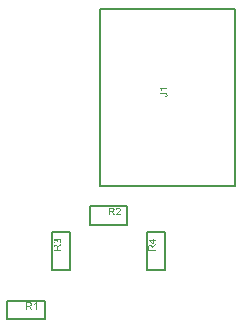
<source format=gbr>
G04*
G04 #@! TF.GenerationSoftware,Altium Limited,Altium Designer,24.6.1 (21)*
G04*
G04 Layer_Color=16711935*
%FSLAX25Y25*%
%MOIN*%
G70*
G04*
G04 #@! TF.SameCoordinates,848F02FD-2630-40CC-A56B-9648625414CD*
G04*
G04*
G04 #@! TF.FilePolarity,Positive*
G04*
G01*
G75*
%ADD12C,0.00787*%
G36*
X90190Y7874D02*
X89882D01*
Y9842D01*
X89877Y9837D01*
X89863Y9823D01*
X89838Y9804D01*
X89803Y9777D01*
X89762Y9744D01*
X89710Y9708D01*
X89653Y9670D01*
X89587Y9629D01*
X89584D01*
X89579Y9624D01*
X89571Y9618D01*
X89557Y9613D01*
X89541Y9602D01*
X89522Y9594D01*
X89478Y9569D01*
X89429Y9545D01*
X89374Y9517D01*
X89317Y9493D01*
X89262Y9471D01*
Y9769D01*
X89265Y9771D01*
X89273Y9774D01*
X89287Y9782D01*
X89306Y9790D01*
X89328Y9801D01*
X89355Y9818D01*
X89385Y9834D01*
X89415Y9850D01*
X89486Y9894D01*
X89562Y9946D01*
X89642Y10001D01*
X89715Y10063D01*
X89718Y10066D01*
X89724Y10072D01*
X89735Y10080D01*
X89748Y10093D01*
X89762Y10110D01*
X89781Y10126D01*
X89822Y10173D01*
X89868Y10222D01*
X89915Y10279D01*
X89956Y10339D01*
X89991Y10402D01*
X90190D01*
Y7874D01*
D02*
G37*
G36*
X87815Y10391D02*
X87845D01*
X87881Y10388D01*
X87922Y10386D01*
X88004Y10377D01*
X88088Y10364D01*
X88170Y10347D01*
X88206Y10336D01*
X88241Y10326D01*
X88244D01*
X88249Y10323D01*
X88258Y10317D01*
X88271Y10312D01*
X88304Y10295D01*
X88342Y10271D01*
X88389Y10238D01*
X88435Y10194D01*
X88481Y10145D01*
X88522Y10085D01*
Y10082D01*
X88528Y10077D01*
X88533Y10069D01*
X88539Y10055D01*
X88547Y10039D01*
X88555Y10020D01*
X88566Y9998D01*
X88577Y9973D01*
X88596Y9916D01*
X88613Y9853D01*
X88623Y9782D01*
X88629Y9706D01*
Y9703D01*
Y9695D01*
Y9679D01*
X88626Y9662D01*
X88623Y9638D01*
X88621Y9610D01*
X88615Y9580D01*
X88607Y9548D01*
X88585Y9477D01*
X88572Y9438D01*
X88555Y9400D01*
X88536Y9362D01*
X88512Y9324D01*
X88484Y9288D01*
X88454Y9253D01*
X88451Y9250D01*
X88446Y9244D01*
X88435Y9236D01*
X88421Y9223D01*
X88402Y9209D01*
X88380Y9193D01*
X88353Y9173D01*
X88320Y9154D01*
X88285Y9135D01*
X88247Y9116D01*
X88203Y9097D01*
X88154Y9078D01*
X88102Y9061D01*
X88045Y9045D01*
X87982Y9031D01*
X87916Y9021D01*
X87919D01*
X87922Y9018D01*
X87938Y9010D01*
X87963Y8996D01*
X87993Y8980D01*
X88025Y8961D01*
X88058Y8941D01*
X88091Y8917D01*
X88118Y8895D01*
X88121Y8892D01*
X88124Y8890D01*
X88132Y8881D01*
X88143Y8870D01*
X88157Y8857D01*
X88173Y8840D01*
X88208Y8802D01*
X88249Y8753D01*
X88296Y8696D01*
X88345Y8630D01*
X88394Y8559D01*
X88831Y7874D01*
X88413D01*
X88080Y8398D01*
X88077Y8401D01*
X88075Y8409D01*
X88067Y8420D01*
X88056Y8436D01*
X88045Y8456D01*
X88028Y8477D01*
X87995Y8526D01*
X87957Y8584D01*
X87919Y8641D01*
X87878Y8696D01*
X87840Y8745D01*
Y8748D01*
X87834Y8750D01*
X87823Y8764D01*
X87807Y8786D01*
X87783Y8810D01*
X87758Y8838D01*
X87728Y8865D01*
X87698Y8892D01*
X87671Y8911D01*
X87668Y8914D01*
X87657Y8919D01*
X87643Y8928D01*
X87624Y8939D01*
X87600Y8950D01*
X87575Y8961D01*
X87548Y8971D01*
X87518Y8980D01*
X87515D01*
X87507Y8982D01*
X87493Y8985D01*
X87474Y8988D01*
X87447D01*
X87414Y8991D01*
X87376Y8993D01*
X86947D01*
Y7874D01*
X86614D01*
Y10394D01*
X87785D01*
X87815Y10391D01*
D02*
G37*
G36*
X129318Y31272D02*
X129921D01*
Y30963D01*
X129318D01*
Y29866D01*
X129034D01*
X127401Y31018D01*
Y31272D01*
X129034D01*
Y31613D01*
X129318D01*
Y31272D01*
D02*
G37*
G36*
X129921Y29358D02*
X129397Y29025D01*
X129394Y29022D01*
X129386Y29019D01*
X129375Y29011D01*
X129359Y29000D01*
X129340Y28989D01*
X129318Y28973D01*
X129269Y28940D01*
X129211Y28902D01*
X129154Y28864D01*
X129100Y28823D01*
X129050Y28785D01*
X129048D01*
X129045Y28779D01*
X129031Y28768D01*
X129009Y28752D01*
X128985Y28727D01*
X128958Y28703D01*
X128930Y28673D01*
X128903Y28643D01*
X128884Y28615D01*
X128881Y28613D01*
X128876Y28602D01*
X128867Y28588D01*
X128857Y28569D01*
X128846Y28545D01*
X128835Y28520D01*
X128824Y28493D01*
X128816Y28463D01*
Y28460D01*
X128813Y28452D01*
X128810Y28438D01*
X128807Y28419D01*
Y28392D01*
X128805Y28359D01*
X128802Y28321D01*
Y27892D01*
X129921D01*
Y27559D01*
X127401D01*
Y28730D01*
X127404Y28760D01*
Y28790D01*
X127407Y28826D01*
X127410Y28867D01*
X127418Y28949D01*
X127431Y29033D01*
X127448Y29115D01*
X127459Y29151D01*
X127470Y29186D01*
Y29189D01*
X127472Y29194D01*
X127478Y29202D01*
X127483Y29216D01*
X127500Y29249D01*
X127524Y29287D01*
X127557Y29333D01*
X127601Y29380D01*
X127650Y29426D01*
X127710Y29467D01*
X127713D01*
X127718Y29473D01*
X127726Y29478D01*
X127740Y29484D01*
X127756Y29492D01*
X127776Y29500D01*
X127797Y29511D01*
X127822Y29522D01*
X127879Y29541D01*
X127942Y29557D01*
X128013Y29568D01*
X128089Y29574D01*
X128092D01*
X128100D01*
X128117D01*
X128133Y29571D01*
X128158Y29568D01*
X128185Y29566D01*
X128215Y29560D01*
X128248Y29552D01*
X128319Y29530D01*
X128357Y29516D01*
X128395Y29500D01*
X128434Y29481D01*
X128472Y29456D01*
X128507Y29429D01*
X128543Y29399D01*
X128545Y29396D01*
X128551Y29391D01*
X128559Y29380D01*
X128573Y29366D01*
X128586Y29347D01*
X128603Y29325D01*
X128622Y29298D01*
X128641Y29265D01*
X128660Y29230D01*
X128679Y29191D01*
X128698Y29148D01*
X128717Y29099D01*
X128734Y29047D01*
X128750Y28989D01*
X128764Y28927D01*
X128775Y28861D01*
Y28864D01*
X128777Y28867D01*
X128786Y28883D01*
X128799Y28908D01*
X128816Y28938D01*
X128835Y28970D01*
X128854Y29003D01*
X128878Y29036D01*
X128900Y29063D01*
X128903Y29066D01*
X128906Y29069D01*
X128914Y29077D01*
X128925Y29088D01*
X128938Y29101D01*
X128955Y29118D01*
X128993Y29153D01*
X129042Y29194D01*
X129100Y29241D01*
X129165Y29290D01*
X129236Y29339D01*
X129921Y29776D01*
Y29358D01*
D02*
G37*
G36*
X117479Y41895D02*
X117509Y41892D01*
X117545Y41887D01*
X117586Y41882D01*
X117627Y41873D01*
X117673Y41862D01*
X117719Y41849D01*
X117769Y41833D01*
X117815Y41813D01*
X117864Y41789D01*
X117911Y41761D01*
X117954Y41732D01*
X117995Y41696D01*
X117998Y41693D01*
X118003Y41688D01*
X118014Y41674D01*
X118028Y41660D01*
X118044Y41641D01*
X118063Y41617D01*
X118082Y41589D01*
X118102Y41557D01*
X118121Y41524D01*
X118140Y41486D01*
X118159Y41445D01*
X118175Y41401D01*
X118189Y41352D01*
X118200Y41303D01*
X118205Y41251D01*
X118208Y41196D01*
Y41194D01*
Y41191D01*
Y41183D01*
Y41172D01*
X118205Y41142D01*
X118200Y41104D01*
X118192Y41057D01*
X118181Y41008D01*
X118167Y40953D01*
X118145Y40899D01*
Y40896D01*
X118143Y40893D01*
X118140Y40885D01*
X118134Y40874D01*
X118118Y40844D01*
X118096Y40806D01*
X118066Y40760D01*
X118031Y40708D01*
X117990Y40653D01*
X117938Y40593D01*
X117935Y40590D01*
X117932Y40585D01*
X117921Y40577D01*
X117911Y40563D01*
X117894Y40547D01*
X117875Y40528D01*
X117853Y40503D01*
X117826Y40478D01*
X117793Y40448D01*
X117758Y40416D01*
X117719Y40377D01*
X117676Y40339D01*
X117629Y40295D01*
X117578Y40252D01*
X117520Y40203D01*
X117460Y40151D01*
X117457Y40148D01*
X117449Y40140D01*
X117433Y40129D01*
X117416Y40113D01*
X117392Y40093D01*
X117367Y40072D01*
X117310Y40023D01*
X117250Y39971D01*
X117193Y39916D01*
X117165Y39891D01*
X117141Y39870D01*
X117119Y39848D01*
X117103Y39831D01*
X117100Y39829D01*
X117089Y39818D01*
X117075Y39801D01*
X117056Y39779D01*
X117034Y39755D01*
X117012Y39728D01*
X116969Y39668D01*
X118211D01*
Y39370D01*
X116543D01*
Y39375D01*
Y39389D01*
Y39411D01*
X116545Y39438D01*
X116548Y39471D01*
X116557Y39507D01*
X116565Y39545D01*
X116578Y39583D01*
Y39586D01*
X116581Y39591D01*
X116584Y39599D01*
X116589Y39613D01*
X116597Y39627D01*
X116606Y39646D01*
X116627Y39689D01*
X116655Y39741D01*
X116690Y39799D01*
X116731Y39859D01*
X116780Y39919D01*
X116783Y39922D01*
X116786Y39927D01*
X116794Y39935D01*
X116808Y39949D01*
X116821Y39962D01*
X116840Y39981D01*
X116859Y40003D01*
X116884Y40028D01*
X116911Y40055D01*
X116941Y40083D01*
X116974Y40115D01*
X117012Y40148D01*
X117051Y40184D01*
X117094Y40219D01*
X117138Y40257D01*
X117187Y40298D01*
X117193Y40301D01*
X117206Y40315D01*
X117225Y40331D01*
X117253Y40356D01*
X117285Y40383D01*
X117324Y40416D01*
X117367Y40451D01*
X117411Y40492D01*
X117504Y40577D01*
X117594Y40667D01*
X117638Y40710D01*
X117678Y40754D01*
X117714Y40795D01*
X117744Y40833D01*
X117747Y40836D01*
X117750Y40841D01*
X117758Y40852D01*
X117766Y40866D01*
X117780Y40885D01*
X117790Y40904D01*
X117818Y40953D01*
X117845Y41011D01*
X117870Y41074D01*
X117886Y41139D01*
X117889Y41172D01*
X117891Y41205D01*
Y41207D01*
Y41213D01*
Y41224D01*
X117889Y41235D01*
Y41251D01*
X117883Y41270D01*
X117875Y41311D01*
X117859Y41360D01*
X117834Y41412D01*
X117821Y41439D01*
X117801Y41464D01*
X117782Y41489D01*
X117758Y41513D01*
X117755Y41516D01*
X117752Y41519D01*
X117744Y41524D01*
X117733Y41532D01*
X117719Y41543D01*
X117703Y41554D01*
X117665Y41579D01*
X117613Y41600D01*
X117556Y41622D01*
X117487Y41636D01*
X117449Y41641D01*
X117389D01*
X117373Y41639D01*
X117354D01*
X117332Y41633D01*
X117283Y41625D01*
X117225Y41609D01*
X117165Y41584D01*
X117135Y41568D01*
X117105Y41551D01*
X117078Y41530D01*
X117051Y41505D01*
X117048Y41502D01*
X117045Y41499D01*
X117040Y41491D01*
X117029Y41480D01*
X117021Y41467D01*
X117010Y41450D01*
X116996Y41431D01*
X116985Y41409D01*
X116971Y41385D01*
X116961Y41357D01*
X116939Y41292D01*
X116922Y41221D01*
X116920Y41180D01*
X116917Y41136D01*
X116600Y41169D01*
Y41175D01*
X116603Y41186D01*
X116606Y41202D01*
X116608Y41226D01*
X116614Y41256D01*
X116622Y41292D01*
X116630Y41330D01*
X116644Y41371D01*
X116657Y41412D01*
X116674Y41458D01*
X116696Y41502D01*
X116718Y41546D01*
X116745Y41592D01*
X116775Y41633D01*
X116808Y41674D01*
X116846Y41710D01*
X116849Y41712D01*
X116857Y41718D01*
X116868Y41726D01*
X116884Y41740D01*
X116906Y41753D01*
X116933Y41770D01*
X116963Y41786D01*
X116999Y41805D01*
X117037Y41822D01*
X117081Y41838D01*
X117127Y41854D01*
X117179Y41868D01*
X117234Y41882D01*
X117291Y41890D01*
X117354Y41895D01*
X117419Y41898D01*
X117455D01*
X117479Y41895D01*
D02*
G37*
G36*
X115374Y41887D02*
X115404D01*
X115440Y41884D01*
X115481Y41882D01*
X115563Y41873D01*
X115647Y41860D01*
X115729Y41843D01*
X115765Y41833D01*
X115800Y41822D01*
X115803D01*
X115808Y41819D01*
X115817Y41813D01*
X115830Y41808D01*
X115863Y41791D01*
X115901Y41767D01*
X115948Y41734D01*
X115994Y41690D01*
X116041Y41641D01*
X116081Y41581D01*
Y41579D01*
X116087Y41573D01*
X116092Y41565D01*
X116098Y41551D01*
X116106Y41535D01*
X116114Y41516D01*
X116125Y41494D01*
X116136Y41469D01*
X116155Y41412D01*
X116172Y41349D01*
X116182Y41278D01*
X116188Y41202D01*
Y41199D01*
Y41191D01*
Y41175D01*
X116185Y41158D01*
X116182Y41134D01*
X116180Y41106D01*
X116174Y41076D01*
X116166Y41043D01*
X116144Y40973D01*
X116131Y40934D01*
X116114Y40896D01*
X116095Y40858D01*
X116070Y40820D01*
X116043Y40784D01*
X116013Y40749D01*
X116010Y40746D01*
X116005Y40740D01*
X115994Y40732D01*
X115980Y40719D01*
X115961Y40705D01*
X115939Y40689D01*
X115912Y40670D01*
X115879Y40650D01*
X115844Y40631D01*
X115806Y40612D01*
X115762Y40593D01*
X115713Y40574D01*
X115661Y40558D01*
X115604Y40541D01*
X115541Y40528D01*
X115475Y40517D01*
X115478D01*
X115481Y40514D01*
X115497Y40506D01*
X115522Y40492D01*
X115552Y40476D01*
X115585Y40457D01*
X115617Y40437D01*
X115650Y40413D01*
X115677Y40391D01*
X115680Y40388D01*
X115683Y40386D01*
X115691Y40377D01*
X115702Y40367D01*
X115716Y40353D01*
X115732Y40336D01*
X115768Y40298D01*
X115808Y40249D01*
X115855Y40192D01*
X115904Y40126D01*
X115953Y40055D01*
X116390Y39370D01*
X115972D01*
X115639Y39894D01*
X115636Y39897D01*
X115634Y39905D01*
X115626Y39916D01*
X115615Y39932D01*
X115604Y39952D01*
X115587Y39973D01*
X115554Y40023D01*
X115516Y40080D01*
X115478Y40137D01*
X115437Y40192D01*
X115399Y40241D01*
Y40244D01*
X115393Y40246D01*
X115383Y40260D01*
X115366Y40282D01*
X115342Y40306D01*
X115317Y40334D01*
X115287Y40361D01*
X115257Y40388D01*
X115230Y40407D01*
X115227Y40410D01*
X115216Y40416D01*
X115202Y40424D01*
X115183Y40435D01*
X115159Y40446D01*
X115134Y40457D01*
X115107Y40468D01*
X115077Y40476D01*
X115074D01*
X115066Y40478D01*
X115052Y40481D01*
X115033Y40484D01*
X115006D01*
X114973Y40487D01*
X114935Y40489D01*
X114506D01*
Y39370D01*
X114173D01*
Y41890D01*
X115344D01*
X115374Y41887D01*
D02*
G37*
G36*
X133817Y81402D02*
X131849D01*
X131854Y81396D01*
X131868Y81383D01*
X131887Y81358D01*
X131914Y81323D01*
X131947Y81282D01*
X131983Y81230D01*
X132021Y81173D01*
X132062Y81107D01*
Y81104D01*
X132067Y81099D01*
X132073Y81091D01*
X132078Y81077D01*
X132089Y81061D01*
X132097Y81042D01*
X132122Y80998D01*
X132147Y80949D01*
X132174Y80894D01*
X132199Y80837D01*
X132220Y80782D01*
X131923D01*
X131920Y80785D01*
X131917Y80793D01*
X131909Y80807D01*
X131901Y80826D01*
X131890Y80848D01*
X131874Y80875D01*
X131857Y80905D01*
X131841Y80935D01*
X131797Y81006D01*
X131745Y81082D01*
X131691Y81162D01*
X131628Y81235D01*
X131625Y81238D01*
X131620Y81243D01*
X131612Y81254D01*
X131598Y81268D01*
X131581Y81282D01*
X131565Y81301D01*
X131519Y81342D01*
X131470Y81388D01*
X131412Y81435D01*
X131352Y81476D01*
X131289Y81511D01*
Y81710D01*
X133817D01*
Y81402D01*
D02*
G37*
G36*
X133094Y80124D02*
X133124D01*
X133159Y80121D01*
X133195Y80116D01*
X133274Y80108D01*
X133356Y80094D01*
X133435Y80075D01*
X133471Y80061D01*
X133506Y80048D01*
X133509D01*
X133514Y80045D01*
X133522Y80040D01*
X133533Y80034D01*
X133566Y80015D01*
X133604Y79988D01*
X133645Y79955D01*
X133689Y79914D01*
X133730Y79862D01*
X133768Y79805D01*
Y79802D01*
X133771Y79797D01*
X133776Y79788D01*
X133782Y79775D01*
X133790Y79761D01*
X133795Y79742D01*
X133804Y79720D01*
X133812Y79696D01*
X133831Y79638D01*
X133845Y79573D01*
X133856Y79499D01*
X133858Y79417D01*
Y79384D01*
X133856Y79362D01*
X133853Y79335D01*
X133847Y79303D01*
X133842Y79267D01*
X133834Y79229D01*
X133826Y79188D01*
X133812Y79147D01*
X133798Y79103D01*
X133779Y79062D01*
X133757Y79019D01*
X133733Y78980D01*
X133703Y78942D01*
X133670Y78907D01*
X133667Y78904D01*
X133662Y78899D01*
X133651Y78890D01*
X133634Y78879D01*
X133615Y78866D01*
X133591Y78852D01*
X133561Y78836D01*
X133528Y78819D01*
X133490Y78806D01*
X133449Y78789D01*
X133402Y78776D01*
X133351Y78762D01*
X133296Y78754D01*
X133236Y78746D01*
X133173Y78740D01*
X133105D01*
X133061Y79040D01*
X133064D01*
X133075D01*
X133088Y79043D01*
X133107D01*
X133132Y79046D01*
X133159Y79049D01*
X133220Y79057D01*
X133285Y79070D01*
X133351Y79089D01*
X133380Y79101D01*
X133411Y79114D01*
X133435Y79131D01*
X133457Y79147D01*
X133462Y79152D01*
X133473Y79166D01*
X133490Y79188D01*
X133509Y79218D01*
X133528Y79256D01*
X133544Y79303D01*
X133555Y79354D01*
X133561Y79414D01*
Y79436D01*
X133558Y79458D01*
X133553Y79488D01*
X133547Y79524D01*
X133536Y79559D01*
X133522Y79595D01*
X133503Y79630D01*
X133501Y79636D01*
X133493Y79646D01*
X133479Y79660D01*
X133462Y79682D01*
X133441Y79701D01*
X133413Y79723D01*
X133383Y79742D01*
X133348Y79758D01*
X133342Y79761D01*
X133329Y79764D01*
X133304Y79769D01*
X133271Y79777D01*
X133228Y79783D01*
X133173Y79788D01*
X133110Y79791D01*
X133072Y79794D01*
X133034D01*
X131298D01*
Y80127D01*
X133015D01*
X133018D01*
X133028D01*
X133045D01*
X133067D01*
X133094Y80124D01*
D02*
G37*
G36*
X97672Y31618D02*
X97694D01*
X97724Y31613D01*
X97756Y31608D01*
X97792Y31602D01*
X97833Y31591D01*
X97877Y31578D01*
X97920Y31561D01*
X97967Y31542D01*
X98013Y31517D01*
X98062Y31490D01*
X98109Y31457D01*
X98155Y31422D01*
X98199Y31378D01*
X98201Y31376D01*
X98210Y31367D01*
X98220Y31354D01*
X98234Y31335D01*
X98251Y31313D01*
X98270Y31283D01*
X98291Y31250D01*
X98311Y31212D01*
X98332Y31171D01*
X98354Y31124D01*
X98373Y31075D01*
X98390Y31021D01*
X98403Y30963D01*
X98414Y30903D01*
X98422Y30841D01*
X98425Y30772D01*
Y30759D01*
X98422Y30740D01*
Y30718D01*
X98420Y30688D01*
X98414Y30655D01*
X98409Y30619D01*
X98401Y30578D01*
X98390Y30535D01*
X98376Y30491D01*
X98362Y30445D01*
X98343Y30398D01*
X98319Y30352D01*
X98294Y30308D01*
X98264Y30262D01*
X98229Y30221D01*
X98226Y30218D01*
X98220Y30213D01*
X98210Y30202D01*
X98193Y30185D01*
X98174Y30169D01*
X98150Y30150D01*
X98122Y30131D01*
X98089Y30109D01*
X98057Y30087D01*
X98016Y30065D01*
X97975Y30043D01*
X97928Y30024D01*
X97879Y30008D01*
X97827Y29991D01*
X97773Y29980D01*
X97715Y29972D01*
X97675Y30281D01*
X97677D01*
X97685Y30284D01*
X97699Y30286D01*
X97718Y30292D01*
X97740Y30297D01*
X97765Y30303D01*
X97822Y30322D01*
X97885Y30346D01*
X97948Y30376D01*
X98005Y30415D01*
X98029Y30436D01*
X98054Y30458D01*
Y30461D01*
X98059Y30464D01*
X98065Y30472D01*
X98073Y30480D01*
X98089Y30507D01*
X98111Y30546D01*
X98133Y30592D01*
X98150Y30644D01*
X98163Y30707D01*
X98169Y30772D01*
Y30794D01*
X98166Y30810D01*
X98163Y30827D01*
X98160Y30851D01*
X98150Y30900D01*
X98133Y30961D01*
X98106Y31023D01*
X98087Y31053D01*
X98068Y31083D01*
X98046Y31113D01*
X98018Y31144D01*
X98016Y31146D01*
X98010Y31149D01*
X98002Y31157D01*
X97991Y31168D01*
X97978Y31179D01*
X97958Y31190D01*
X97939Y31204D01*
X97915Y31220D01*
X97860Y31247D01*
X97797Y31269D01*
X97724Y31288D01*
X97685Y31291D01*
X97644Y31294D01*
X97642D01*
X97636D01*
X97623D01*
X97609Y31291D01*
X97590Y31288D01*
X97571Y31286D01*
X97522Y31277D01*
X97464Y31258D01*
X97407Y31234D01*
X97377Y31217D01*
X97350Y31198D01*
X97322Y31176D01*
X97295Y31152D01*
X97292Y31149D01*
X97290Y31146D01*
X97281Y31138D01*
X97273Y31127D01*
X97262Y31113D01*
X97251Y31097D01*
X97224Y31056D01*
X97199Y31004D01*
X97178Y30944D01*
X97161Y30876D01*
X97158Y30838D01*
X97156Y30799D01*
Y30783D01*
X97158Y30764D01*
Y30740D01*
X97164Y30707D01*
X97169Y30671D01*
X97178Y30628D01*
X97189Y30581D01*
X96918Y30614D01*
Y30619D01*
X96921Y30633D01*
X96924Y30649D01*
Y30685D01*
X96921Y30698D01*
Y30718D01*
X96918Y30737D01*
X96910Y30783D01*
X96899Y30838D01*
X96880Y30898D01*
X96855Y30961D01*
X96820Y31021D01*
Y31023D01*
X96815Y31029D01*
X96809Y31034D01*
X96801Y31045D01*
X96776Y31073D01*
X96741Y31103D01*
X96697Y31130D01*
X96643Y31157D01*
X96613Y31168D01*
X96577Y31174D01*
X96542Y31179D01*
X96503Y31182D01*
X96501D01*
X96495D01*
X96487D01*
X96473Y31179D01*
X96443Y31176D01*
X96402Y31168D01*
X96359Y31154D01*
X96312Y31133D01*
X96263Y31103D01*
X96241Y31086D01*
X96219Y31064D01*
X96214Y31059D01*
X96203Y31043D01*
X96184Y31018D01*
X96162Y30985D01*
X96143Y30942D01*
X96124Y30890D01*
X96113Y30832D01*
X96108Y30767D01*
Y30750D01*
X96110Y30737D01*
Y30720D01*
X96113Y30704D01*
X96121Y30660D01*
X96135Y30614D01*
X96157Y30562D01*
X96184Y30513D01*
X96222Y30464D01*
X96228Y30458D01*
X96244Y30445D01*
X96268Y30423D01*
X96307Y30401D01*
X96353Y30374D01*
X96413Y30349D01*
X96482Y30327D01*
X96561Y30311D01*
X96506Y30002D01*
X96503D01*
X96492Y30005D01*
X96476Y30008D01*
X96454Y30013D01*
X96430Y30022D01*
X96400Y30030D01*
X96367Y30041D01*
X96331Y30054D01*
X96252Y30090D01*
X96214Y30109D01*
X96173Y30133D01*
X96135Y30161D01*
X96096Y30191D01*
X96058Y30224D01*
X96026Y30259D01*
X96023Y30262D01*
X96017Y30267D01*
X96009Y30281D01*
X95998Y30294D01*
X95985Y30316D01*
X95971Y30338D01*
X95955Y30365D01*
X95938Y30398D01*
X95925Y30431D01*
X95908Y30469D01*
X95894Y30510D01*
X95881Y30554D01*
X95870Y30603D01*
X95862Y30652D01*
X95856Y30704D01*
X95854Y30759D01*
Y30794D01*
X95856Y30813D01*
X95859Y30832D01*
X95864Y30884D01*
X95875Y30942D01*
X95892Y31007D01*
X95914Y31073D01*
X95944Y31138D01*
Y31141D01*
X95946Y31146D01*
X95952Y31154D01*
X95960Y31168D01*
X95979Y31198D01*
X96006Y31236D01*
X96042Y31280D01*
X96083Y31324D01*
X96129Y31367D01*
X96184Y31406D01*
X96187D01*
X96189Y31408D01*
X96200Y31414D01*
X96211Y31419D01*
X96225Y31427D01*
X96241Y31436D01*
X96282Y31452D01*
X96331Y31468D01*
X96386Y31485D01*
X96446Y31496D01*
X96509Y31498D01*
X96512D01*
X96517D01*
X96525D01*
X96536D01*
X96569Y31493D01*
X96607Y31488D01*
X96653Y31477D01*
X96703Y31460D01*
X96754Y31438D01*
X96806Y31408D01*
X96809D01*
X96812Y31406D01*
X96828Y31392D01*
X96853Y31373D01*
X96883Y31343D01*
X96918Y31307D01*
X96954Y31261D01*
X96987Y31209D01*
X97019Y31149D01*
Y31152D01*
X97022Y31160D01*
X97025Y31171D01*
X97030Y31187D01*
X97036Y31204D01*
X97044Y31225D01*
X97066Y31277D01*
X97096Y31332D01*
X97131Y31389D01*
X97178Y31446D01*
X97235Y31496D01*
X97238Y31498D01*
X97243Y31501D01*
X97251Y31507D01*
X97265Y31515D01*
X97279Y31526D01*
X97298Y31537D01*
X97320Y31547D01*
X97347Y31558D01*
X97374Y31569D01*
X97404Y31580D01*
X97473Y31602D01*
X97552Y31616D01*
X97595Y31621D01*
X97639D01*
X97642D01*
X97653D01*
X97672Y31618D01*
D02*
G37*
G36*
X98382Y29358D02*
X97857Y29025D01*
X97855Y29022D01*
X97847Y29020D01*
X97836Y29011D01*
X97819Y29000D01*
X97800Y28989D01*
X97778Y28973D01*
X97729Y28940D01*
X97672Y28902D01*
X97614Y28864D01*
X97560Y28823D01*
X97511Y28785D01*
X97508D01*
X97505Y28779D01*
X97492Y28768D01*
X97470Y28752D01*
X97445Y28727D01*
X97418Y28703D01*
X97391Y28673D01*
X97363Y28643D01*
X97344Y28615D01*
X97341Y28613D01*
X97336Y28602D01*
X97328Y28588D01*
X97317Y28569D01*
X97306Y28545D01*
X97295Y28520D01*
X97284Y28493D01*
X97276Y28463D01*
Y28460D01*
X97273Y28452D01*
X97270Y28438D01*
X97268Y28419D01*
Y28392D01*
X97265Y28359D01*
X97262Y28321D01*
Y27892D01*
X98382D01*
Y27559D01*
X95862D01*
Y28730D01*
X95864Y28760D01*
Y28790D01*
X95867Y28826D01*
X95870Y28867D01*
X95878Y28949D01*
X95892Y29033D01*
X95908Y29115D01*
X95919Y29151D01*
X95930Y29186D01*
Y29189D01*
X95933Y29194D01*
X95938Y29202D01*
X95944Y29216D01*
X95960Y29249D01*
X95985Y29287D01*
X96017Y29333D01*
X96061Y29380D01*
X96110Y29426D01*
X96170Y29467D01*
X96173D01*
X96178Y29473D01*
X96187Y29478D01*
X96200Y29484D01*
X96217Y29492D01*
X96236Y29500D01*
X96258Y29511D01*
X96282Y29522D01*
X96339Y29541D01*
X96402Y29557D01*
X96473Y29568D01*
X96550Y29574D01*
X96552D01*
X96561D01*
X96577D01*
X96593Y29571D01*
X96618Y29568D01*
X96645Y29566D01*
X96675Y29560D01*
X96708Y29552D01*
X96779Y29530D01*
X96817Y29516D01*
X96855Y29500D01*
X96894Y29481D01*
X96932Y29456D01*
X96967Y29429D01*
X97003Y29399D01*
X97006Y29396D01*
X97011Y29391D01*
X97019Y29380D01*
X97033Y29366D01*
X97047Y29347D01*
X97063Y29325D01*
X97082Y29298D01*
X97101Y29265D01*
X97120Y29230D01*
X97139Y29192D01*
X97158Y29148D01*
X97178Y29099D01*
X97194Y29047D01*
X97210Y28989D01*
X97224Y28927D01*
X97235Y28861D01*
Y28864D01*
X97238Y28867D01*
X97246Y28883D01*
X97259Y28908D01*
X97276Y28938D01*
X97295Y28970D01*
X97314Y29003D01*
X97339Y29036D01*
X97360Y29063D01*
X97363Y29066D01*
X97366Y29069D01*
X97374Y29077D01*
X97385Y29088D01*
X97399Y29101D01*
X97415Y29118D01*
X97453Y29153D01*
X97502Y29194D01*
X97560Y29241D01*
X97625Y29290D01*
X97696Y29339D01*
X98382Y29776D01*
Y29358D01*
D02*
G37*
%LPC*%
G36*
X87796Y10115D02*
X86947D01*
Y9283D01*
X87701D01*
X87720Y9285D01*
X87742D01*
X87793Y9288D01*
X87851Y9294D01*
X87911Y9302D01*
X87968Y9313D01*
X88020Y9329D01*
X88023D01*
X88025Y9332D01*
X88042Y9337D01*
X88064Y9348D01*
X88094Y9364D01*
X88124Y9386D01*
X88157Y9411D01*
X88189Y9444D01*
X88217Y9479D01*
X88219Y9485D01*
X88227Y9498D01*
X88239Y9517D01*
X88252Y9548D01*
X88263Y9580D01*
X88274Y9618D01*
X88282Y9662D01*
X88285Y9706D01*
Y9708D01*
Y9714D01*
Y9722D01*
X88282Y9736D01*
Y9749D01*
X88279Y9769D01*
X88269Y9809D01*
X88252Y9856D01*
X88230Y9905D01*
X88197Y9951D01*
X88176Y9976D01*
X88154Y9998D01*
X88151Y10001D01*
X88148Y10003D01*
X88140Y10009D01*
X88129Y10017D01*
X88116Y10025D01*
X88096Y10036D01*
X88077Y10047D01*
X88053Y10058D01*
X88025Y10069D01*
X87995Y10077D01*
X87963Y10088D01*
X87927Y10096D01*
X87886Y10104D01*
X87843Y10110D01*
X87796Y10115D01*
D02*
G37*
G36*
X129034Y30963D02*
X127898D01*
X129034Y30169D01*
Y30963D01*
D02*
G37*
G36*
X128089Y29230D02*
X128087D01*
X128081D01*
X128073D01*
X128059Y29227D01*
X128046D01*
X128027Y29224D01*
X127986Y29213D01*
X127939Y29197D01*
X127890Y29175D01*
X127844Y29142D01*
X127819Y29121D01*
X127797Y29099D01*
X127795Y29096D01*
X127792Y29093D01*
X127786Y29085D01*
X127778Y29074D01*
X127770Y29061D01*
X127759Y29041D01*
X127748Y29022D01*
X127737Y28998D01*
X127726Y28970D01*
X127718Y28940D01*
X127707Y28908D01*
X127699Y28872D01*
X127691Y28831D01*
X127685Y28787D01*
X127680Y28741D01*
Y27892D01*
X128513D01*
Y28646D01*
X128510Y28665D01*
Y28686D01*
X128507Y28738D01*
X128502Y28796D01*
X128493Y28856D01*
X128483Y28913D01*
X128466Y28965D01*
Y28968D01*
X128463Y28970D01*
X128458Y28987D01*
X128447Y29009D01*
X128431Y29039D01*
X128409Y29069D01*
X128384Y29101D01*
X128352Y29134D01*
X128316Y29162D01*
X128311Y29164D01*
X128297Y29172D01*
X128278Y29183D01*
X128248Y29197D01*
X128215Y29208D01*
X128177Y29219D01*
X128133Y29227D01*
X128089Y29230D01*
D02*
G37*
G36*
X115355Y41611D02*
X114506D01*
Y40779D01*
X115260D01*
X115279Y40781D01*
X115301D01*
X115352Y40784D01*
X115410Y40790D01*
X115470Y40798D01*
X115527Y40809D01*
X115579Y40825D01*
X115582D01*
X115585Y40828D01*
X115601Y40833D01*
X115623Y40844D01*
X115653Y40861D01*
X115683Y40883D01*
X115716Y40907D01*
X115748Y40940D01*
X115776Y40975D01*
X115778Y40981D01*
X115787Y40994D01*
X115797Y41014D01*
X115811Y41043D01*
X115822Y41076D01*
X115833Y41115D01*
X115841Y41158D01*
X115844Y41202D01*
Y41205D01*
Y41210D01*
Y41218D01*
X115841Y41232D01*
Y41245D01*
X115839Y41265D01*
X115828Y41306D01*
X115811Y41352D01*
X115789Y41401D01*
X115757Y41448D01*
X115735Y41472D01*
X115713Y41494D01*
X115710Y41497D01*
X115707Y41499D01*
X115699Y41505D01*
X115688Y41513D01*
X115675Y41521D01*
X115656Y41532D01*
X115636Y41543D01*
X115612Y41554D01*
X115585Y41565D01*
X115554Y41573D01*
X115522Y41584D01*
X115486Y41592D01*
X115445Y41600D01*
X115402Y41606D01*
X115355Y41611D01*
D02*
G37*
G36*
X96550Y29230D02*
X96547D01*
X96542D01*
X96533D01*
X96520Y29227D01*
X96506D01*
X96487Y29224D01*
X96446Y29213D01*
X96400Y29197D01*
X96350Y29175D01*
X96304Y29142D01*
X96279Y29121D01*
X96258Y29099D01*
X96255Y29096D01*
X96252Y29093D01*
X96247Y29085D01*
X96238Y29074D01*
X96230Y29061D01*
X96219Y29041D01*
X96209Y29022D01*
X96198Y28998D01*
X96187Y28970D01*
X96178Y28940D01*
X96167Y28908D01*
X96159Y28872D01*
X96151Y28831D01*
X96146Y28787D01*
X96140Y28741D01*
Y27892D01*
X96973D01*
Y28646D01*
X96970Y28665D01*
Y28686D01*
X96967Y28738D01*
X96962Y28796D01*
X96954Y28856D01*
X96943Y28913D01*
X96926Y28965D01*
Y28968D01*
X96924Y28970D01*
X96918Y28987D01*
X96907Y29009D01*
X96891Y29039D01*
X96869Y29069D01*
X96845Y29101D01*
X96812Y29134D01*
X96776Y29162D01*
X96771Y29164D01*
X96757Y29172D01*
X96738Y29183D01*
X96708Y29197D01*
X96675Y29208D01*
X96637Y29219D01*
X96593Y29227D01*
X96550Y29230D01*
D02*
G37*
%LPD*%
D12*
X80315Y4823D02*
Y10925D01*
Y4823D02*
X92913D01*
Y10925D01*
X80315D02*
X92913D01*
X126870Y21260D02*
X132972D01*
Y33858D01*
X126870D02*
X132972D01*
X126870Y21260D02*
Y33858D01*
X107874Y36319D02*
Y42421D01*
Y36319D02*
X120472D01*
Y42421D01*
X107874D02*
X120472D01*
X111465Y49246D02*
X156252D01*
Y108234D01*
X111465D02*
X156252D01*
X111465Y49246D02*
Y108234D01*
X95374Y21260D02*
X101476D01*
Y33858D01*
X95374D02*
X101476D01*
X95374Y21260D02*
Y33858D01*
M02*

</source>
